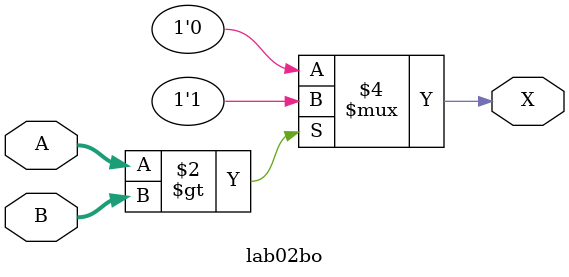
<source format=v>
`timescale 1ns / 1ps


module lab02bo(
    input [3:0]A,
    input [3:0]B,
    output X
    );
    
    reg X;
    
    always @*
    begin
        if(A>B)
        begin
            X = 1;
        end
        else
            X=0;
    end
    
endmodule

</source>
